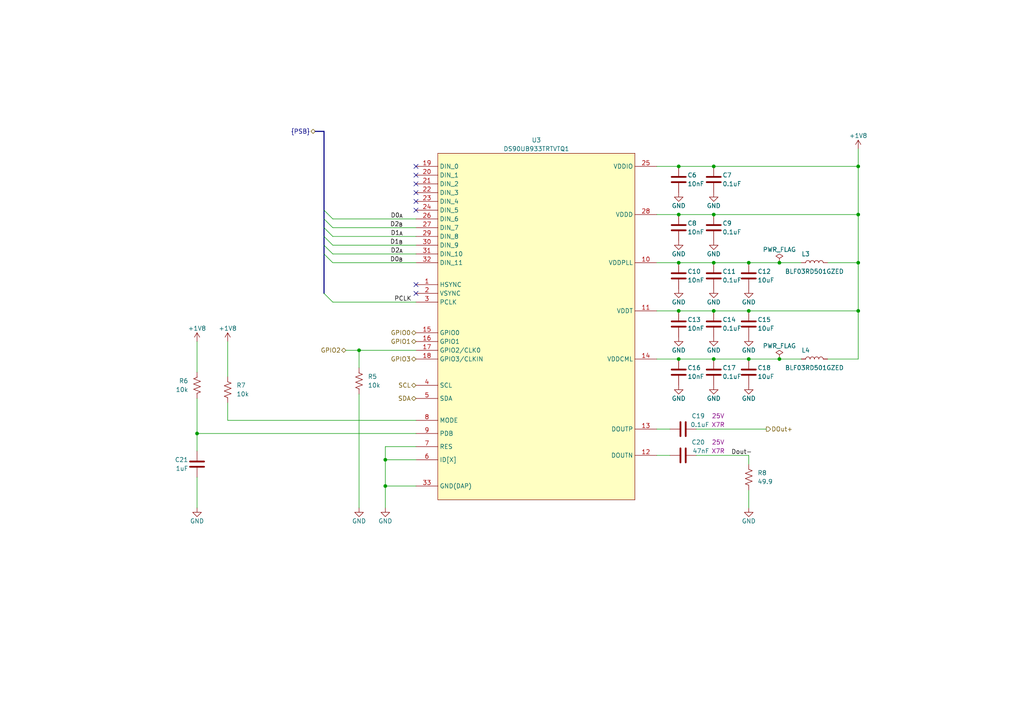
<source format=kicad_sch>
(kicad_sch (version 20230121) (generator eeschema)
  (paper "A4")
  (title_block (title "ONIX Neuropixels 2.0 Economical Headstage") (date "2021-12-16") (rev "A") (company "Open Ephys, Inc") (comment 1 "Jonathan P. Newman"))
  (lib_symbols
    (symbol "Device:C" (pin_numbers hide) (pin_names (offset 0.254))
      (property "Reference" "C" (at 0.635 2.54 0))
      (property "Value" "C" (at 0.635 -2.54 0))
      (symbol "C_0_1"
        (polyline (pts (xy -2.032 -0.762) (xy 2.032 -0.762)) (stroke (width 0.508)))
        (polyline (pts (xy -2.032 0.762) (xy 2.032 0.762)) (stroke (width 0.508)))
      )
      (symbol "C_1_1"
        (pin passive line (at 0 3.81 270) (length 2.794) (name "~") (number "1"))
        (pin passive line (at 0 -3.81 90) (length 2.794) (name "~") (number "2"))
      )
    )
    (symbol "Device:L" (pin_numbers hide) (pin_names (offset 1.016) hide)
      (property "Reference" "L" (at -1.27 0 90))
      (property "Value" "L" (at 1.905 0 90))
      (symbol "L_0_1"
        (arc (start 0 -2.54) (mid 0.6323 -1.905) (end 0 -1.27))
        (arc (start 0 -1.27) (mid 0.6323 -0.635) (end 0 0))
        (arc (start 0 0) (mid 0.6323 0.635) (end 0 1.27))
        (arc (start 0 1.27) (mid 0.6323 1.905) (end 0 2.54))
      )
      (symbol "L_1_1"
        (pin passive line (at 0 3.81 270) (length 1.27) (name "1") (number "1"))
        (pin passive line (at 0 -3.81 90) (length 1.27) (name "2") (number "2"))
      )
    )
    (symbol "Device:R_US" (pin_numbers hide) (pin_names (offset 0))
      (property "Reference" "R" (at 2.54 0 90))
      (property "Value" "R_US" (at -2.54 0 90))
      (symbol "R_US_0_1"
        (polyline (pts (xy 0 -2.286) (xy 0 -2.54)))
        (polyline (pts (xy 0 2.286) (xy 0 2.54)))
        (polyline (pts (xy 0 -0.762) (xy 1.016 -1.143) (xy 0 -1.524) (xy -1.016 -1.905) (xy 0 -2.286)))
        (polyline (pts (xy 0 0.762) (xy 1.016 0.381) (xy 0 0) (xy -1.016 -0.381) (xy 0 -0.762)))
        (polyline (pts (xy 0 2.286) (xy 1.016 1.905) (xy 0 1.524) (xy -1.016 1.143) (xy 0 0.762)))
      )
      (symbol "R_US_1_1"
        (pin passive line (at 0 3.81 270) (length 1.27) (name "~") (number "1"))
        (pin passive line (at 0 -3.81 90) (length 1.27) (name "~") (number "2"))
      )
    )
    (symbol "jonnew:DS90UB9x3"
      (property "Reference" "U" (at 0 52.07 0))
      (property "Value" "DS90UB9x3" (at 0 49.53 0))
      (symbol "DS90UB9x3_1_0"
        (rectangle (start -27.94 49.53) (end 29.21 -51.0001) (fill (type background)))
        (pin input line (at -34.29 11.43 0) (length 6.35) (name "HSYNC") (number "1"))
        (pin power_in line (at 35.56 17.78 180) (length 6.35) (name "VDDPLL") (number "10"))
        (pin power_in line (at 35.56 3.81 180) (length 6.35) (name "VDDT") (number "11"))
        (pin output line (at 35.56 -38.1 180) (length 6.35) (name "DOUTN") (number "12"))
        (pin output line (at 35.56 -30.48 180) (length 6.35) (name "DOUTP") (number "13"))
        (pin power_in line (at 35.56 -10.16 180) (length 6.35) (name "VDDCML") (number "14"))
        (pin bidirectional line (at -34.29 -2.54 0) (length 6.35) (name "GPIO0") (number "15"))
        (pin output line (at -34.29 -5.08 0) (length 6.35) (name "GPIO1") (number "16"))
        (pin bidirectional line (at -34.29 -7.62 0) (length 6.35) (name "GPIO2/CLK0") (number "17"))
        (pin bidirectional line (at -34.29 -10.16 0) (length 6.35) (name "GPIO3/CLKIN") (number "18"))
        (pin input line (at -34.29 45.72 0) (length 6.35) (name "DIN_0") (number "19"))
        (pin input line (at -34.29 8.89 0) (length 6.35) (name "VSYNC") (number "2"))
        (pin input line (at -34.29 43.18 0) (length 6.35) (name "DIN_1") (number "20"))
        (pin input line (at -34.29 40.64 0) (length 6.35) (name "DIN_2") (number "21"))
        (pin input line (at -34.29 38.1 0) (length 6.35) (name "DIN_3") (number "22"))
        (pin input line (at -34.29 35.56 0) (length 6.35) (name "DIN_4") (number "23"))
        (pin input line (at -34.29 33.02 0) (length 6.35) (name "DIN_5") (number "24"))
        (pin power_in line (at 35.56 45.72 180) (length 6.35) (name "VDDIO") (number "25"))
        (pin input line (at -34.29 30.48 0) (length 6.35) (name "DIN_6") (number "26"))
        (pin input line (at -34.29 27.94 0) (length 6.35) (name "DIN_7") (number "27"))
        (pin power_in line (at 35.56 31.75 180) (length 6.35) (name "VDDD") (number "28"))
        (pin input line (at -34.29 25.4 0) (length 6.35) (name "DIN_8") (number "29"))
        (pin input line (at -34.29 6.35 0) (length 6.35) (name "PCLK") (number "3"))
        (pin input line (at -34.29 22.86 0) (length 6.35) (name "DIN_9") (number "30"))
        (pin input line (at -34.29 20.32 0) (length 6.35) (name "DIN_10") (number "31"))
        (pin input line (at -34.29 17.78 0) (length 6.35) (name "DIN_11") (number "32"))
        (pin power_in line (at -34.29 -46.99 0) (length 6.35) (name "GND(DAP)") (number "33"))
        (pin open_collector line (at -34.29 -17.78 0) (length 6.35) (name "SCL") (number "4"))
        (pin open_collector line (at -34.29 -21.59 0) (length 6.35) (name "SDA") (number "5"))
        (pin input line (at -34.29 -39.37 0) (length 6.35) (name "ID[X]") (number "6"))
        (pin power_in line (at -34.29 -35.56 0) (length 6.35) (name "RES") (number "7"))
        (pin input line (at -34.29 -27.94 0) (length 6.35) (name "MODE") (number "8"))
        (pin input line (at -34.29 -31.75 0) (length 6.35) (name "PDB") (number "9"))
      )
    )
    (symbol "power:+1V8" (power) (pin_names (offset 0))
      (property "Value" "+1V8" (at 0 3.556 0))
      (symbol "+1V8_0_1"
        (polyline (pts (xy -0.762 1.27) (xy 0 2.54)))
        (polyline (pts (xy 0 0) (xy 0 2.54)))
        (polyline (pts (xy 0 2.54) (xy 0.762 1.27)))
      )
      (symbol "+1V8_1_1"
        (pin power_in line (at 0 0 90) (length 0) hide (name "+1V8") (number "1"))
      )
    )
    (symbol "power:GND" (power) (pin_names (offset 0))
      (property "Value" "GND" (at 0 -3.81 0))
      (symbol "GND_0_1"
        (polyline (pts (xy 0 0) (xy 0 -1.27) (xy 1.27 -1.27) (xy 0 -2.54) (xy -1.27 -1.27) (xy 0 -1.27)))
      )
      (symbol "GND_1_1"
        (pin power_in line (at 0 0 270) (length 0) hide (name "GND") (number "1"))
      )
    )
    (symbol "power:PWR_FLAG" (power) (pin_numbers hide) (pin_names (offset 0) hide)
      (property "Value" "PWR_FLAG" (at 0 3.81 0))
      (symbol "PWR_FLAG_0_0"
        (pin power_out line (at 0 0 90) (length 0) (name "pwr") (number "1"))
      )
      (symbol "PWR_FLAG_0_1"
        (polyline (pts (xy 0 0) (xy 0 1.27) (xy -1.016 1.905) (xy 0 2.54) (xy 1.016 1.905) (xy 0 1.27)))
      )
    )
  )
  (junction (at 217.17 90.17))
  (junction (at 196.85 62.23))
  (junction (at 111.76 140.97))
  (junction (at 248.92 76.2))
  (junction (at 207.01 76.2))
  (junction (at 111.76 133.35))
  (junction (at 207.01 62.23))
  (junction (at 196.85 90.17))
  (junction (at 57.15 125.73))
  (junction (at 104.14 101.6))
  (junction (at 226.06 76.2))
  (junction (at 217.17 104.14))
  (junction (at 207.01 90.17))
  (junction (at 196.85 104.14))
  (junction (at 207.01 48.26))
  (junction (at 248.92 48.26))
  (junction (at 248.92 90.17))
  (junction (at 207.01 104.14))
  (junction (at 226.06 104.14))
  (junction (at 248.92 62.23))
  (junction (at 196.85 76.2))
  (junction (at 217.17 76.2))
  (junction (at 196.85 48.26))
  (no_connect (at 120.65 50.8))
  (no_connect (at 120.65 82.55))
  (no_connect (at 120.65 48.26))
  (no_connect (at 120.65 58.42))
  (no_connect (at 120.65 55.88))
  (no_connect (at 120.65 85.09))
  (no_connect (at 120.65 60.96))
  (no_connect (at 120.65 53.34))
  (bus_entry (at 93.98 68.58) (size 2.54 2.54))
  (bus_entry (at 93.98 85.09) (size 2.54 2.54))
  (bus_entry (at 93.98 71.12) (size 2.54 2.54))
  (bus_entry (at 93.98 73.66) (size 2.54 2.54))
  (bus_entry (at 93.98 60.96) (size 2.54 2.54))
  (bus_entry (at 93.98 66.04) (size 2.54 2.54))
  (bus_entry (at 93.98 63.5) (size 2.54 2.54))
  (wire (pts (xy 96.52 71.12) (xy 120.65 71.12)))
  (wire (pts (xy 217.17 90.17) (xy 248.92 90.17)))
  (wire (pts (xy 104.14 114.3) (xy 104.14 147.32)))
  (wire (pts (xy 111.76 129.54) (xy 111.76 133.35)))
  (wire (pts (xy 194.31 124.46) (xy 190.5 124.46)))
  (bus (pts (xy 93.98 68.58) (xy 93.98 66.04)))
  (bus (pts (xy 93.98 38.1) (xy 93.98 60.96)))
  (wire (pts (xy 190.5 104.14) (xy 196.85 104.14)))
  (wire (pts (xy 207.01 48.26) (xy 248.92 48.26)))
  (wire (pts (xy 96.52 87.63) (xy 120.65 87.63)))
  (wire (pts (xy 196.85 48.26) (xy 207.01 48.26)))
  (wire (pts (xy 111.76 133.35) (xy 120.65 133.35)))
  (wire (pts (xy 96.52 73.66) (xy 120.65 73.66)))
  (bus (pts (xy 93.98 63.5) (xy 93.98 60.96)))
  (wire (pts (xy 196.85 62.23) (xy 207.01 62.23)))
  (wire (pts (xy 190.5 90.17) (xy 196.85 90.17)))
  (wire (pts (xy 57.15 125.73) (xy 57.15 130.81)))
  (wire (pts (xy 207.01 104.14) (xy 217.17 104.14)))
  (wire (pts (xy 240.03 104.14) (xy 248.92 104.14)))
  (wire (pts (xy 207.01 90.17) (xy 217.17 90.17)))
  (wire (pts (xy 190.5 48.26) (xy 196.85 48.26)))
  (wire (pts (xy 57.15 125.73) (xy 120.65 125.73)))
  (wire (pts (xy 66.04 99.06) (xy 66.04 109.22)))
  (wire (pts (xy 248.92 43.18) (xy 248.92 48.26)))
  (wire (pts (xy 96.52 63.5) (xy 120.65 63.5)))
  (wire (pts (xy 207.01 76.2) (xy 217.17 76.2)))
  (wire (pts (xy 207.01 62.23) (xy 248.92 62.23)))
  (wire (pts (xy 201.93 132.08) (xy 217.17 132.08)))
  (wire (pts (xy 120.65 129.54) (xy 111.76 129.54)))
  (wire (pts (xy 201.93 124.46) (xy 222.25 124.46)))
  (wire (pts (xy 66.04 121.92) (xy 120.65 121.92)))
  (wire (pts (xy 96.52 76.2) (xy 120.65 76.2)))
  (wire (pts (xy 240.03 76.2) (xy 248.92 76.2)))
  (wire (pts (xy 190.5 76.2) (xy 196.85 76.2)))
  (bus (pts (xy 93.98 73.66) (xy 93.98 85.09)))
  (wire (pts (xy 248.92 76.2) (xy 248.92 90.17)))
  (bus (pts (xy 91.44 38.1) (xy 93.98 38.1)))
  (wire (pts (xy 111.76 140.97) (xy 120.65 140.97)))
  (wire (pts (xy 196.85 76.2) (xy 207.01 76.2)))
  (wire (pts (xy 104.14 101.6) (xy 120.65 101.6)))
  (wire (pts (xy 66.04 116.84) (xy 66.04 121.92)))
  (bus (pts (xy 93.98 73.66) (xy 93.98 71.12)))
  (wire (pts (xy 226.06 76.2) (xy 217.17 76.2)))
  (wire (pts (xy 217.17 142.24) (xy 217.17 147.32)))
  (wire (pts (xy 196.85 104.14) (xy 207.01 104.14)))
  (wire (pts (xy 248.92 62.23) (xy 248.92 76.2)))
  (wire (pts (xy 57.15 115.57) (xy 57.15 125.73)))
  (wire (pts (xy 57.15 99.06) (xy 57.15 107.95)))
  (wire (pts (xy 111.76 133.35) (xy 111.76 140.97)))
  (wire (pts (xy 226.06 76.2) (xy 232.41 76.2)))
  (wire (pts (xy 248.92 90.17) (xy 248.92 104.14)))
  (wire (pts (xy 217.17 132.08) (xy 217.17 134.62)))
  (wire (pts (xy 100.33 101.6) (xy 104.14 101.6)))
  (wire (pts (xy 190.5 132.08) (xy 194.31 132.08)))
  (wire (pts (xy 96.52 68.58) (xy 120.65 68.58)))
  (wire (pts (xy 217.17 104.14) (xy 226.06 104.14)))
  (bus (pts (xy 93.98 66.04) (xy 93.98 63.5)))
  (bus (pts (xy 93.98 71.12) (xy 93.98 68.58)))
  (wire (pts (xy 226.06 104.14) (xy 232.41 104.14)))
  (wire (pts (xy 111.76 147.32) (xy 111.76 140.97)))
  (wire (pts (xy 196.85 90.17) (xy 207.01 90.17)))
  (wire (pts (xy 190.5 62.23) (xy 196.85 62.23)))
  (wire (pts (xy 248.92 48.26) (xy 248.92 62.23)))
  (wire (pts (xy 57.15 138.43) (xy 57.15 147.32)))
  (wire (pts (xy 104.14 101.6) (xy 104.14 106.68)))
  (wire (pts (xy 96.52 66.04) (xy 120.65 66.04)))
  (label "Dout-" (at 212.09 132.08 0))
  (label "PCLK" (at 119.38 87.63 180))
  (label "D1_{A}" (at 116.84 68.58 180))
  (label "D0_{A}" (at 116.84 63.5 180))
  (label "D1_{B}" (at 116.84 71.12 180))
  (label "D0_{B}" (at 116.84 76.2 180))
  (label "D2_{B}" (at 116.84 66.04 180))
  (label "D2_{A}" (at 116.84 73.66 180))
  (hierarchical_label "SCL" (shape bidirectional) (at 120.65 111.76 180))
  (hierarchical_label "GPIO1" (shape bidirectional) (at 120.65 99.06 180))
  (hierarchical_label "SDA" (shape bidirectional) (at 120.65 115.57 180))
  (hierarchical_label "GPIO2" (shape bidirectional) (at 100.33 101.6 180))
  (hierarchical_label "GPIO3" (shape bidirectional) (at 120.65 104.14 180))
  (hierarchical_label "{PSB}" (shape bidirectional) (at 91.44 38.1 180))
  (hierarchical_label "GPIO0" (shape bidirectional) (at 120.65 96.52 180))
  (hierarchical_label "DOut+" (shape output) (at 222.25 124.46 0))
  (symbol (lib_id "Device:C") (at 196.85 66.04 0) (unit 1)
    (property "Reference" "C8" (at 199.39 64.77 0) (effects (justify left)))
    (property "Value" "10nF" (at 199.39 67.31 0) (effects (justify left)))
    (property "Footprint" "Capacitor_SMD:C_0201_0603Metric" (effects hide))
    (property "TempCo" "X7R" (effects hide))
    (property "Voltage" "35V" (effects hide))
    (property "CASE/PACKAGE" "0201" (effects hide))
  )
  (symbol (lib_id "power:GND") (at 207.01 97.79 0) (unit 1)
    (property "Reference" "#PWR027" (effects hide))
    (property "Value" "GND" (at 207.01 101.6 0))
  )
  (symbol (lib_id "power:GND") (at 207.01 69.85 0) (unit 1)
    (property "Reference" "#PWR022" (effects hide))
    (property "Value" "GND" (at 207.01 73.66 0))
  )
  (symbol (lib_id "Device:R_US") (at 57.15 111.76 0) (mirror y) (unit 1)
    (property "Reference" "R6" (at 54.61 110.49 0) (effects (justify left)))
    (property "Value" "10k" (at 54.61 113.03 0) (effects (justify left)))
    (property "Footprint" "Resistor_SMD:R_0201_0603Metric" (effects hide))
    (property "CASE/PACKAGE" "0201" (effects hide))
    (property "Tolerance" "1%" (effects hide))
  )
  (symbol (lib_id "Device:C") (at 217.17 93.98 0) (unit 1)
    (property "Reference" "C15" (at 219.71 92.71 0) (effects (justify left)))
    (property "Value" "10uF" (at 219.71 95.25 0) (effects (justify left)))
    (property "Footprint" "Capacitor_SMD:C_0402_1005Metric" (effects hide))
    (property "TempCo" "X5R" (effects hide))
    (property "Voltage" "10V" (effects hide))
    (property "CASE/PACKAGE" "0402" (effects hide))
  )
  (symbol (lib_id "power:GND") (at 207.01 83.82 0) (unit 1)
    (property "Reference" "#PWR024" (effects hide))
    (property "Value" "GND" (at 207.01 87.63 0))
  )
  (symbol (lib_id "Device:C") (at 217.17 107.95 0) (unit 1)
    (property "Reference" "C18" (at 219.71 106.68 0) (effects (justify left)))
    (property "Value" "10uF" (at 219.71 109.22 0) (effects (justify left)))
    (property "Footprint" "Capacitor_SMD:C_0402_1005Metric" (effects hide))
    (property "TempCo" "X5R" (effects hide))
    (property "Voltage" "10V" (effects hide))
    (property "CASE/PACKAGE" "0402" (effects hide))
  )
  (symbol (lib_id "Device:R_US") (at 217.17 138.43 0) (unit 1)
    (property "Reference" "R8" (at 219.71 137.16 0) (effects (justify left)))
    (property "Value" "49.9" (at 219.71 139.7 0) (effects (justify left)))
    (property "Footprint" "Resistor_SMD:R_0201_0603Metric" (effects hide))
    (property "CASE/PACKAGE" "0201" (effects hide))
    (property "Tolerance" "1%" (effects hide))
  )
  (symbol (lib_id "Device:C") (at 207.01 107.95 0) (unit 1)
    (property "Reference" "C17" (at 209.55 106.68 0) (effects (justify left)))
    (property "Value" "0.1uF" (at 209.55 109.22 0) (effects (justify left)))
    (property "Footprint" "Capacitor_SMD:C_0201_0603Metric" (effects hide))
    (property "TempCo" "X7R" (effects hide))
    (property "Voltage" "25V" (effects hide))
    (property "CASE/PACKAGE" "0201" (effects hide))
  )
  (symbol (lib_id "power:GND") (at 217.17 111.76 0) (unit 1)
    (property "Reference" "#PWR033" (effects hide))
    (property "Value" "GND" (at 217.17 115.57 0))
  )
  (symbol (lib_id "power:GND") (at 57.15 147.32 0) (mirror y) (unit 1)
    (property "Reference" "#PWR034" (effects hide))
    (property "Value" "GND" (at 57.15 151.13 0))
  )
  (symbol (lib_id "power:GND") (at 217.17 83.82 0) (unit 1)
    (property "Reference" "#PWR025" (effects hide))
    (property "Value" "GND" (at 217.17 87.63 0))
  )
  (symbol (lib_id "power:GND") (at 207.01 55.88 0) (unit 1)
    (property "Reference" "#PWR020" (effects hide))
    (property "Value" "GND" (at 207.01 59.69 0))
  )
  (symbol (lib_id "Device:C") (at 57.15 134.62 0) (mirror y) (unit 1)
    (property "Reference" "C21" (at 54.61 133.35 0) (effects (justify left)))
    (property "Value" "1uF" (at 54.61 135.89 0) (effects (justify left)))
    (property "Footprint" "Capacitor_SMD:C_0201_0603Metric" (effects hide))
    (property "TempCo" "X5R" (effects hide))
    (property "Voltage" "10V" (effects hide))
    (property "CASE/PACKAGE" "0201" (effects hide))
  )
  (symbol (lib_id "power:PWR_FLAG") (at 226.06 76.2 0) (unit 1)
    (property "Reference" "#FLG03" (effects hide))
    (property "Value" "PWR_FLAG" (at 226.06 72.39 0))
    (instances (project "headstage-neuropix2e" (path "" (reference "#FLG03") (unit 1))) (project "kiloscope" (path "" (reference "#FLG02") (unit 1))))
  )
  (symbol (lib_id "power:GND") (at 196.85 97.79 0) (unit 1)
    (property "Reference" "#PWR026" (effects hide))
    (property "Value" "GND" (at 196.85 101.6 0))
  )
  (symbol (lib_id "Device:C") (at 196.85 93.98 0) (unit 1)
    (property "Reference" "C13" (at 199.39 92.71 0) (effects (justify left)))
    (property "Value" "10nF" (at 199.39 95.25 0) (effects (justify left)))
    (property "Footprint" "Capacitor_SMD:C_0201_0603Metric" (effects hide))
    (property "TempCo" "X7R" (effects hide))
    (property "Voltage" "35V" (effects hide))
    (property "CASE/PACKAGE" "0201" (effects hide))
  )
  (symbol (lib_id "power:GND") (at 104.14 147.32 0) (unit 1)
    (property "Reference" "#PWR035" (effects hide))
    (property "Value" "GND" (at 104.14 151.13 0))
  )
  (symbol (lib_id "jonnew:DS90UB9x3") (at 154.94 93.98 0) (unit 1)
    (property "Reference" "U3" (at 155.575 40.64 0))
    (property "Value" "DS90UB933TRTVTQ1" (at 155.575 43.18 0))
    (property "Footprint" "jonnew:TI_RTV0032A" (effects hide))
    (property "Datasheet" "https://www.ti.com/lit/ds/symlink/ds90ub933-q1.pdf?ts=1676994804401&ref_url=https%253A%252F%252Fwww.ti.com.cn%252Fproduct%252Fcn%252FDS90UB933-Q1" (effects hide))
    (property "OCTOPART URL" "http://octopart.com/ds90ub913atrtvrq1-texas+instruments-29614099" (effects hide))
    (property "PACKAGING" "Reel" (effects hide))
    (property "ROHS" "Compliant" (effects hide))
    (property "NUMBER OF PINS" "32" (effects hide))
  )
  (symbol (lib_id "Device:R_US") (at 66.04 113.03 0) (unit 1)
    (property "Reference" "R7" (at 68.58 111.76 0) (effects (justify left)))
    (property "Value" "10k" (at 68.58 114.3 0) (effects (justify left)))
    (property "Footprint" "Resistor_SMD:R_0201_0603Metric" (effects hide))
    (property "CASE/PACKAGE" "0201" (effects hide))
    (property "Tolerance" "1%" (effects hide))
  )
  (symbol (lib_id "Device:C") (at 196.85 107.95 0) (unit 1)
    (property "Reference" "C16" (at 199.39 106.68 0) (effects (justify left)))
    (property "Value" "10nF" (at 199.39 109.22 0) (effects (justify left)))
    (property "Footprint" "Capacitor_SMD:C_0201_0603Metric" (effects hide))
    (property "TempCo" "X7R" (effects hide))
    (property "Voltage" "35V" (effects hide))
    (property "CASE/PACKAGE" "0201" (effects hide))
  )
  (symbol (lib_id "Device:L") (at 236.22 76.2 90) (unit 1)
    (property "Reference" "L3" (at 233.68 73.66 90))
    (property "Value" "BLF03RD501GZED" (at 236.22 78.74 90))
    (property "Footprint" "Inductor_SMD:L_0201_0603Metric" (effects hide))
    (property "CASE/PACKAGE" "0201" (effects hide))
    (instances (project "headstage-neuropix2e" (path "" (reference "L3") (unit 1))) (project "kiloscope" (path "" (reference "L1") (unit 1))))
  )
  (symbol (lib_id "power:GND") (at 196.85 111.76 0) (unit 1)
    (property "Reference" "#PWR031" (effects hide))
    (property "Value" "GND" (at 196.85 115.57 0))
  )
  (symbol (lib_id "Device:C") (at 207.01 66.04 0) (unit 1)
    (property "Reference" "C9" (at 209.55 64.77 0) (effects (justify left)))
    (property "Value" "0.1uF" (at 209.55 67.31 0) (effects (justify left)))
    (property "Footprint" "Capacitor_SMD:C_0201_0603Metric" (effects hide))
    (property "TempCo" "X7R" (effects hide))
    (property "Voltage" "25V" (effects hide))
    (property "CASE/PACKAGE" "0201" (effects hide))
  )
  (symbol (lib_id "power:+1V8") (at 248.92 43.18 0) (unit 1)
    (property "Reference" "#PWR018" (effects hide))
    (property "Value" "+1V8" (at 248.92 39.37 0))
  )
  (symbol (lib_id "Device:C") (at 198.12 132.08 90) (unit 1)
    (property "Reference" "C20" (at 204.47 128.27 90) (effects (justify left)))
    (property "Value" "47nF" (at 205.74 130.81 90) (effects (justify left)))
    (property "Footprint" "Capacitor_SMD:C_0201_0603Metric" (effects hide))
    (property "Voltage" "25V" (at 208.28 128.27 90))
    (property "TempCo" "X7R" (at 208.28 130.81 90))
    (property "CASE/PACKAGE" "0201" (effects hide))
  )
  (symbol (lib_id "power:GND") (at 196.85 69.85 0) (unit 1)
    (property "Reference" "#PWR021" (effects hide))
    (property "Value" "GND" (at 196.85 73.66 0))
  )
  (symbol (lib_id "Device:C") (at 198.12 124.46 90) (unit 1)
    (property "Reference" "C19" (at 204.47 120.65 90) (effects (justify left)))
    (property "Value" "0.1uF" (at 205.74 123.19 90) (effects (justify left)))
    (property "Footprint" "Capacitor_SMD:C_0201_0603Metric" (effects hide))
    (property "Voltage" "25V" (at 208.28 120.65 90))
    (property "TempCo" "X7R" (at 208.28 123.19 90))
    (property "CASE/PACKAGE" "0201" (effects hide))
    (instances (project "headstage-neuropix2e" (path "" (reference "C19") (unit 1)) (path "" (reference "C1") (unit 1))))
  )
  (symbol (lib_id "Device:R_US") (at 104.14 110.49 0) (unit 1)
    (property "Reference" "R5" (at 106.68 109.22 0) (effects (justify left)))
    (property "Value" "10k" (at 106.68 111.76 0) (effects (justify left)))
    (property "Footprint" "Resistor_SMD:R_0201_0603Metric" (effects hide))
    (property "CASE/PACKAGE" "0201" (effects hide))
    (property "Tolerance" "1%" (effects hide))
  )
  (symbol (lib_id "Device:C") (at 196.85 52.07 0) (unit 1)
    (property "Reference" "C6" (at 199.39 50.8 0) (effects (justify left)))
    (property "Value" "10nF" (at 199.39 53.34 0) (effects (justify left)))
    (property "Footprint" "Capacitor_SMD:C_0201_0603Metric" (effects hide))
    (property "TempCo" "X7R" (effects hide))
    (property "Voltage" "35V" (effects hide))
    (property "CASE/PACKAGE" "0201" (effects hide))
  )
  (symbol (lib_id "Device:L") (at 236.22 104.14 90) (unit 1)
    (property "Reference" "L4" (at 233.68 101.6 90))
    (property "Value" "BLF03RD501GZED" (at 236.22 106.68 90))
    (property "Footprint" "Inductor_SMD:L_0201_0603Metric" (effects hide))
    (property "CASE/PACKAGE" "0201" (effects hide))
    (instances (project "headstage-neuropix2e" (path "" (reference "L4") (unit 1))) (project "kiloscope" (path "" (reference "L2") (unit 1))))
  )
  (symbol (lib_id "power:GND") (at 196.85 83.82 0) (unit 1)
    (property "Reference" "#PWR023" (effects hide))
    (property "Value" "GND" (at 196.85 87.63 0))
  )
  (symbol (lib_id "Device:C") (at 207.01 93.98 0) (unit 1)
    (property "Reference" "C14" (at 209.55 92.71 0) (effects (justify left)))
    (property "Value" "0.1uF" (at 209.55 95.25 0) (effects (justify left)))
    (property "Footprint" "Capacitor_SMD:C_0201_0603Metric" (effects hide))
    (property "TempCo" "X7R" (effects hide))
    (property "Voltage" "25V" (effects hide))
    (property "CASE/PACKAGE" "0201" (effects hide))
  )
  (symbol (lib_id "Device:C") (at 207.01 80.01 0) (unit 1)
    (property "Reference" "C11" (at 209.55 78.74 0) (effects (justify left)))
    (property "Value" "0.1uF" (at 209.55 81.28 0) (effects (justify left)))
    (property "Footprint" "Capacitor_SMD:C_0201_0603Metric" (effects hide))
    (property "TempCo" "X7R" (effects hide))
    (property "Voltage" "25V" (effects hide))
    (property "CASE/PACKAGE" "0201" (effects hide))
  )
  (symbol (lib_id "power:+1V8") (at 57.15 99.06 0) (mirror y) (unit 1)
    (property "Reference" "#PWR029" (effects hide))
    (property "Value" "+1V8" (at 57.15 95.25 0))
  )
  (symbol (lib_id "power:GND") (at 217.17 97.79 0) (unit 1)
    (property "Reference" "#PWR028" (effects hide))
    (property "Value" "GND" (at 217.17 101.6 0))
  )
  (symbol (lib_id "power:GND") (at 196.85 55.88 0) (unit 1)
    (property "Reference" "#PWR019" (effects hide))
    (property "Value" "GND" (at 196.85 59.69 0))
  )
  (symbol (lib_id "power:GND") (at 217.17 147.32 0) (unit 1)
    (property "Reference" "#PWR037" (effects hide))
    (property "Value" "GND" (at 217.17 151.13 0))
  )
  (symbol (lib_id "power:GND") (at 111.76 147.32 0) (unit 1)
    (property "Reference" "#PWR036" (effects hide))
    (property "Value" "GND" (at 111.76 151.13 0))
  )
  (symbol (lib_id "Device:C") (at 196.85 80.01 0) (unit 1)
    (property "Reference" "C10" (at 199.39 78.74 0) (effects (justify left)))
    (property "Value" "10nF" (at 199.39 81.28 0) (effects (justify left)))
    (property "Footprint" "Capacitor_SMD:C_0201_0603Metric" (effects hide))
    (property "TempCo" "X7R" (effects hide))
    (property "Voltage" "35V" (effects hide))
    (property "CASE/PACKAGE" "0201" (effects hide))
  )
  (symbol (lib_id "Device:C") (at 207.01 52.07 0) (unit 1)
    (property "Reference" "C7" (at 209.55 50.8 0) (effects (justify left)))
    (property "Value" "0.1uF" (at 209.55 53.34 0) (effects (justify left)))
    (property "Footprint" "Capacitor_SMD:C_0201_0603Metric" (effects hide))
    (property "TempCo" "X7R" (effects hide))
    (property "Voltage" "25V" (effects hide))
    (property "CASE/PACKAGE" "0201" (effects hide))
  )
  (symbol (lib_id "power:+1V8") (at 66.04 99.06 0) (unit 1)
    (property "Reference" "#PWR030" (effects hide))
    (property "Value" "+1V8" (at 66.04 95.25 0))
  )
  (symbol (lib_id "power:GND") (at 207.01 111.76 0) (unit 1)
    (property "Reference" "#PWR032" (effects hide))
    (property "Value" "GND" (at 207.01 115.57 0))
  )
  (symbol (lib_id "power:PWR_FLAG") (at 226.06 104.14 0) (unit 1)
    (property "Reference" "#FLG04" (effects hide))
    (property "Value" "PWR_FLAG" (at 226.06 100.33 0))
    (instances (project "headstage-neuropix2e" (path "" (reference "#FLG04") (unit 1))) (project "kiloscope" (path "" (reference "#FLG02") (unit 1))))
  )
  (symbol (lib_id "Device:C") (at 217.17 80.01 0) (unit 1)
    (property "Reference" "C12" (at 219.71 78.74 0) (effects (justify left)))
    (property "Value" "10uF" (at 219.71 81.28 0) (effects (justify left)))
    (property "Footprint" "Capacitor_SMD:C_0402_1005Metric" (effects hide))
    (property "TempCo" "X5R" (effects hide))
    (property "Voltage" "10V" (effects hide))
    (property "CASE/PACKAGE" "0402" (effects hide))
  )
)
</source>
